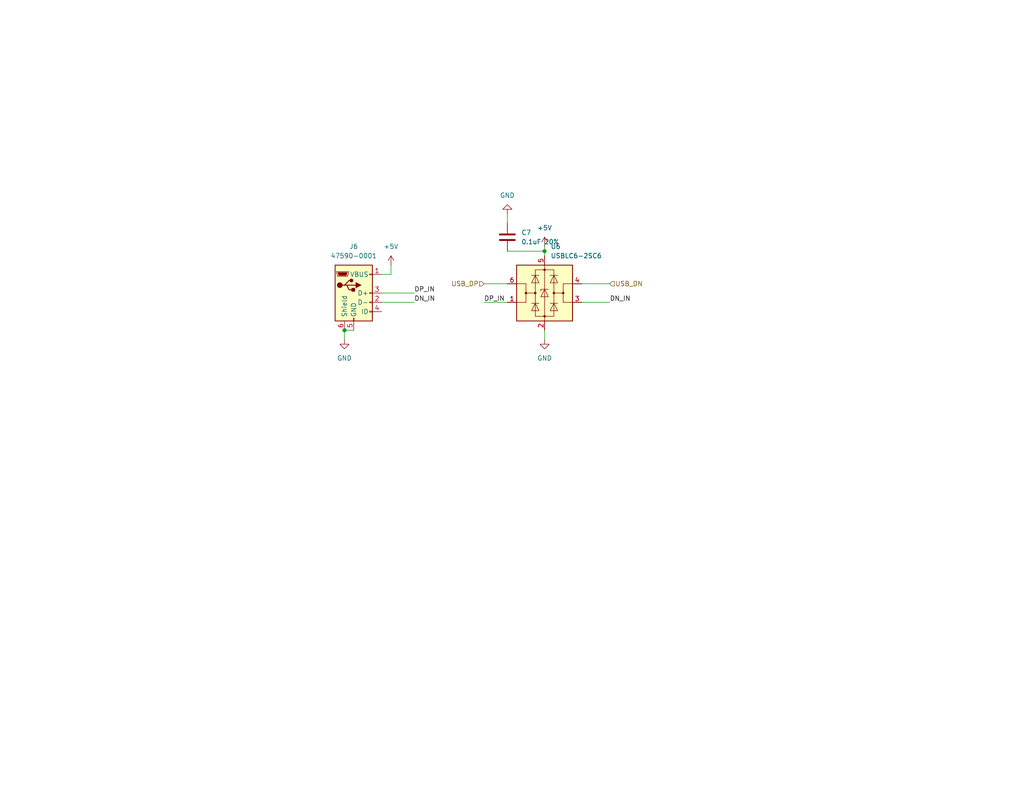
<source format=kicad_sch>
(kicad_sch (version 20230121) (generator eeschema)
  (paper "USLetter")
  (title_block (title "USB") (date "2023-05-30") (rev "1.0") (company "Thomas Reidemeister <treideme@gmail.com>") (comment 1 "Released under CERN-OHL-P (see LICENSE)"))
  (lib_symbols
    (symbol "Connector:USB_B_Micro" (pin_names (offset 1.016))
      (property "Reference" "J" (at -5.08 11.43 0))
      (property "Value" "USB_B_Micro" (at -5.08 8.89 0))
      (symbol "USB_B_Micro_0_1"
        (rectangle (start -5.08 -7.62) (end 5.08 7.62) (stroke (width 0.254)) (fill (type background)))
        (circle (center -3.81 2.159) (radius 0.635) (stroke (width 0.254)) (fill (type outline)))
        (circle (center -0.635 3.429) (radius 0.381) (stroke (width 0.254)) (fill (type outline)))
        (rectangle (start -0.127 -7.62) (end 0.127 -6.858))
        (polyline (pts (xy -1.905 2.159) (xy 0.635 2.159)) (stroke (width 0.254)))
        (polyline (pts (xy -3.175 2.159) (xy -2.54 2.159) (xy -1.27 3.429) (xy -0.635 3.429)) (stroke (width 0.254)))
        (polyline (pts (xy -2.54 2.159) (xy -1.905 2.159) (xy -1.27 0.889) (xy 0 0.889)) (stroke (width 0.254)))
        (polyline (pts (xy 0.635 2.794) (xy 0.635 1.524) (xy 1.905 2.159) (xy 0.635 2.794)) (stroke (width 0.254)) (fill (type outline)))
        (polyline (pts (xy -4.318 5.588) (xy -1.778 5.588) (xy -2.032 4.826) (xy -4.064 4.826) (xy -4.318 5.588)) (fill (type outline)))
        (polyline (pts (xy -4.699 5.842) (xy -4.699 5.588) (xy -4.445 4.826) (xy -4.445 4.572) (xy -1.651 4.572) (xy -1.651 4.826) (xy -1.397 5.588) (xy -1.397 5.842) (xy -4.699 5.842)))
        (rectangle (start 0.254 1.27) (end -0.508 0.508) (stroke (width 0.254)) (fill (type outline)))
        (rectangle (start 5.08 -5.207) (end 4.318 -4.953))
        (rectangle (start 5.08 -2.667) (end 4.318 -2.413))
        (rectangle (start 5.08 -0.127) (end 4.318 0.127))
        (rectangle (start 5.08 4.953) (end 4.318 5.207))
      )
      (symbol "USB_B_Micro_1_1"
        (pin power_out line (at 7.62 5.08 180) (length 2.54) (name "VBUS") (number "1"))
        (pin bidirectional line (at 7.62 -2.54 180) (length 2.54) (name "D-") (number "2"))
        (pin bidirectional line (at 7.62 0 180) (length 2.54) (name "D+") (number "3"))
        (pin passive line (at 7.62 -5.08 180) (length 2.54) (name "ID") (number "4"))
        (pin power_out line (at 0 -10.16 90) (length 2.54) (name "GND") (number "5"))
        (pin passive line (at -2.54 -10.16 90) (length 2.54) (name "Shield") (number "6"))
      )
    )
    (symbol "Device:C" (pin_numbers hide) (pin_names (offset 0.254))
      (property "Reference" "C" (at 0.635 2.54 0))
      (property "Value" "C" (at 0.635 -2.54 0))
      (symbol "C_0_1"
        (polyline (pts (xy -2.032 -0.762) (xy 2.032 -0.762)) (stroke (width 0.508)))
        (polyline (pts (xy -2.032 0.762) (xy 2.032 0.762)) (stroke (width 0.508)))
      )
      (symbol "C_1_1"
        (pin passive line (at 0 3.81 270) (length 2.794) (name "~") (number "1"))
        (pin passive line (at 0 -3.81 90) (length 2.794) (name "~") (number "2"))
      )
    )
    (symbol "Power_Protection:USBLC6-2SC6" (pin_names hide)
      (property "Reference" "U" (at 2.54 8.89 0))
      (property "Value" "USBLC6-2SC6" (at 2.54 -8.89 0))
      (symbol "USBLC6-2SC6_0_1"
        (rectangle (start -7.62 -7.62) (end 7.62 7.62) (stroke (width 0.254)) (fill (type background)))
        (circle (center -5.08 0) (radius 0.254) (fill (type outline)))
        (circle (center -2.54 0) (radius 0.254) (fill (type outline)))
        (rectangle (start -2.54 6.35) (end 2.54 -6.35))
        (circle (center 0 -6.35) (radius 0.254) (fill (type outline)))
        (polyline (pts (xy -5.08 -2.54) (xy -7.62 -2.54)))
        (polyline (pts (xy -5.08 0) (xy -5.08 -2.54)))
        (polyline (pts (xy -5.08 2.54) (xy -7.62 2.54)))
        (polyline (pts (xy -1.524 -2.794) (xy -3.556 -2.794)))
        (polyline (pts (xy -1.524 4.826) (xy -3.556 4.826)))
        (polyline (pts (xy 0 -7.62) (xy 0 -6.35)))
        (polyline (pts (xy 0 -6.35) (xy 0 1.27)))
        (polyline (pts (xy 0 1.27) (xy 0 6.35)))
        (polyline (pts (xy 0 6.35) (xy 0 7.62)))
        (polyline (pts (xy 1.524 -2.794) (xy 3.556 -2.794)))
        (polyline (pts (xy 1.524 4.826) (xy 3.556 4.826)))
        (polyline (pts (xy 5.08 -2.54) (xy 7.62 -2.54)))
        (polyline (pts (xy 5.08 0) (xy 5.08 -2.54)))
        (polyline (pts (xy 5.08 2.54) (xy 7.62 2.54)))
        (polyline (pts (xy -2.54 0) (xy -5.08 0) (xy -5.08 2.54)))
        (polyline (pts (xy 2.54 0) (xy 5.08 0) (xy 5.08 2.54)))
        (polyline (pts (xy -3.556 -4.826) (xy -1.524 -4.826) (xy -2.54 -2.794) (xy -3.556 -4.826)))
        (polyline (pts (xy -3.556 2.794) (xy -1.524 2.794) (xy -2.54 4.826) (xy -3.556 2.794)))
        (polyline (pts (xy -1.016 -1.016) (xy 1.016 -1.016) (xy 0 1.016) (xy -1.016 -1.016)))
        (polyline (pts (xy 1.016 1.016) (xy 0.762 1.016) (xy -1.016 1.016) (xy -1.016 0.508)))
        (polyline (pts (xy 3.556 -4.826) (xy 1.524 -4.826) (xy 2.54 -2.794) (xy 3.556 -4.826)))
        (polyline (pts (xy 3.556 2.794) (xy 1.524 2.794) (xy 2.54 4.826) (xy 3.556 2.794)))
        (circle (center 0 6.35) (radius 0.254) (fill (type outline)))
        (circle (center 2.54 0) (radius 0.254) (fill (type outline)))
        (circle (center 5.08 0) (radius 0.254) (fill (type outline)))
      )
      (symbol "USBLC6-2SC6_1_1"
        (pin passive line (at -10.16 -2.54 0) (length 2.54) (name "I/O1") (number "1"))
        (pin passive line (at 0 -10.16 90) (length 2.54) (name "GND") (number "2"))
        (pin passive line (at 10.16 -2.54 180) (length 2.54) (name "I/O2") (number "3"))
        (pin passive line (at 10.16 2.54 180) (length 2.54) (name "I/O2") (number "4"))
        (pin passive line (at 0 10.16 270) (length 2.54) (name "VBUS") (number "5"))
        (pin passive line (at -10.16 2.54 0) (length 2.54) (name "I/O1") (number "6"))
      )
    )
    (symbol "power:+5V" (power) (pin_names (offset 0))
      (property "Value" "+5V" (at 0 3.556 0))
      (symbol "+5V_0_1"
        (polyline (pts (xy -0.762 1.27) (xy 0 2.54)))
        (polyline (pts (xy 0 0) (xy 0 2.54)))
        (polyline (pts (xy 0 2.54) (xy 0.762 1.27)))
      )
      (symbol "+5V_1_1"
        (pin power_in line (at 0 0 90) (length 0) hide (name "+5V") (number "1"))
      )
    )
    (symbol "power:GND" (power) (pin_names (offset 0))
      (property "Value" "GND" (at 0 -3.81 0))
      (symbol "GND_0_1"
        (polyline (pts (xy 0 0) (xy 0 -1.27) (xy 1.27 -1.27) (xy 0 -2.54) (xy -1.27 -1.27) (xy 0 -1.27)))
      )
      (symbol "GND_1_1"
        (pin power_in line (at 0 0 270) (length 0) hide (name "GND") (number "1"))
      )
    )
  )
  (junction (at 93.98 90.17))
  (junction (at 148.59 68.58))
  (wire (pts (xy 132.08 77.47) (xy 138.43 77.47)))
  (wire (pts (xy 148.59 67.31) (xy 148.59 68.58)))
  (wire (pts (xy 138.43 68.58) (xy 148.59 68.58)))
  (wire (pts (xy 93.98 90.17) (xy 93.98 92.71)))
  (wire (pts (xy 148.59 90.17) (xy 148.59 92.71)))
  (wire (pts (xy 158.75 82.55) (xy 166.37 82.55)))
  (wire (pts (xy 106.68 72.39) (xy 106.68 74.93)))
  (wire (pts (xy 148.59 68.58) (xy 148.59 69.85)))
  (wire (pts (xy 158.75 77.47) (xy 166.37 77.47)))
  (wire (pts (xy 138.43 58.42) (xy 138.43 60.96)))
  (wire (pts (xy 104.14 82.55) (xy 113.03 82.55)))
  (wire (pts (xy 93.98 90.17) (xy 96.52 90.17)))
  (wire (pts (xy 104.14 80.01) (xy 113.03 80.01)))
  (wire (pts (xy 104.14 74.93) (xy 106.68 74.93)))
  (wire (pts (xy 132.08 82.55) (xy 138.43 82.55)))
  (label "DP_IN" (at 113.03 80.01 0))
  (label "DN_IN" (at 166.37 82.55 0))
  (label "DN_IN" (at 113.03 82.55 0))
  (label "DP_IN" (at 132.08 82.55 0))
  (hierarchical_label "USB_DP" (shape input) (at 132.08 77.47 180))
  (hierarchical_label "USB_DN" (shape input) (at 166.37 77.47 0))
  (symbol (lib_id "power:GND") (at 148.59 92.71 0) (unit 1)
    (property "Reference" "#PWR056" (effects hide))
    (property "Value" "GND" (at 148.59 97.79 0))
  )
  (symbol (lib_id "power:+5V") (at 148.59 67.31 0) (unit 1)
    (property "Reference" "#PWR055" (effects hide))
    (property "Value" "+5V" (at 148.59 62.23 0))
  )
  (symbol (lib_id "Device:C") (at 138.43 64.77 0) (unit 1)
    (property "Reference" "C7" (at 142.24 63.5 0) (effects (justify left)))
    (property "Value" "0.1uF 20%" (at 142.24 66.04 0) (effects (justify left)))
    (property "Footprint" "Capacitor_SMD:C_0402_1005Metric_Pad0.74x0.62mm_HandSolder" (effects hide))
    (property "Datasheet" "https://www.lcsc.com/product-detail/Multilayer-Ceramic-Capacitors-MLCC-SMD-SMT_CCTC-TCC0402X5R104M250AT_C359190.html" (effects hide))
    (property "JLCPCB Part #" "C359190" (effects hide))
    (instances (project "reaction-trainer" (path "" (reference "C7") (unit 1)) (path "" (reference "C21") (unit 1))))
  )
  (symbol (lib_id "power:+5V") (at 106.68 72.39 0) (unit 1)
    (property "Reference" "#PWR054" (effects hide))
    (property "Value" "+5V" (at 106.68 67.31 0))
  )
  (symbol (lib_id "Connector:USB_B_Micro") (at 96.52 80.01 0) (unit 1)
    (property "Reference" "J6" (at 96.52 67.31 0))
    (property "Value" "47590-0001" (at 96.52 69.85 0))
    (property "Footprint" "Connector_USB:USB_Micro-AB_Molex_47590-0001" (effects hide))
    (property "Datasheet" "https://www.lcsc.com/product-detail/USB-Connectors_MOLEX-475900001_C136001.html" (effects hide))
    (property "JLCPCB Part #" "C136001" (effects hide))
  )
  (symbol (lib_id "power:GND") (at 93.98 92.71 0) (unit 1)
    (property "Reference" "#PWR053" (effects hide))
    (property "Value" "GND" (at 93.98 97.79 0))
  )
  (symbol (lib_id "Power_Protection:USBLC6-2SC6") (at 148.59 80.01 0) (unit 1)
    (property "Reference" "U6" (at 150.2411 67.31 0) (effects (justify left)))
    (property "Value" "USBLC6-2SC6" (at 150.2411 69.85 0) (effects (justify left)))
    (property "Footprint" "Package_TO_SOT_SMD:SOT-23-6" (effects hide))
    (property "Datasheet" "https://www.st.com/resource/en/datasheet/usblc6-2.pdf" (effects hide))
    (property "JLCPCB Part #" "C5250994" (effects hide))
  )
  (symbol (lib_id "power:GND") (at 138.43 58.42 180) (unit 1)
    (property "Reference" "#PWR057" (effects hide))
    (property "Value" "GND" (at 138.43 53.34 0))
  )
)
</source>
